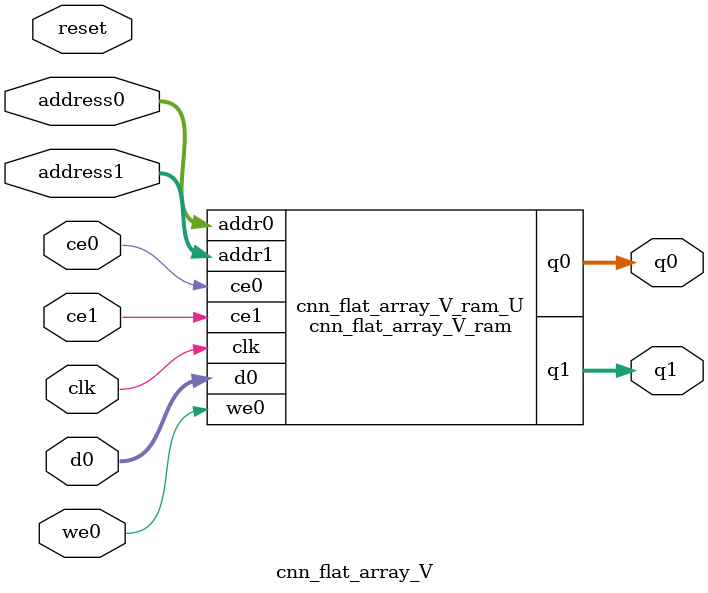
<source format=v>
`timescale 1 ns / 1 ps
module cnn_flat_array_V_ram (addr0, ce0, d0, we0, q0, addr1, ce1, q1,  clk);

parameter DWIDTH = 14;
parameter AWIDTH = 9;
parameter MEM_SIZE = 400;

input[AWIDTH-1:0] addr0;
input ce0;
input[DWIDTH-1:0] d0;
input we0;
output reg[DWIDTH-1:0] q0;
input[AWIDTH-1:0] addr1;
input ce1;
output reg[DWIDTH-1:0] q1;
input clk;

(* ram_style = "block" *)reg [DWIDTH-1:0] ram[0:MEM_SIZE-1];




always @(posedge clk)  
begin 
    if (ce0) 
    begin
        if (we0) 
        begin 
            ram[addr0] <= d0; 
        end 
        q0 <= ram[addr0];
    end
end


always @(posedge clk)  
begin 
    if (ce1) 
    begin
        q1 <= ram[addr1];
    end
end


endmodule

`timescale 1 ns / 1 ps
module cnn_flat_array_V(
    reset,
    clk,
    address0,
    ce0,
    we0,
    d0,
    q0,
    address1,
    ce1,
    q1);

parameter DataWidth = 32'd14;
parameter AddressRange = 32'd400;
parameter AddressWidth = 32'd9;
input reset;
input clk;
input[AddressWidth - 1:0] address0;
input ce0;
input we0;
input[DataWidth - 1:0] d0;
output[DataWidth - 1:0] q0;
input[AddressWidth - 1:0] address1;
input ce1;
output[DataWidth - 1:0] q1;



cnn_flat_array_V_ram cnn_flat_array_V_ram_U(
    .clk( clk ),
    .addr0( address0 ),
    .ce0( ce0 ),
    .we0( we0 ),
    .d0( d0 ),
    .q0( q0 ),
    .addr1( address1 ),
    .ce1( ce1 ),
    .q1( q1 ));

endmodule


</source>
